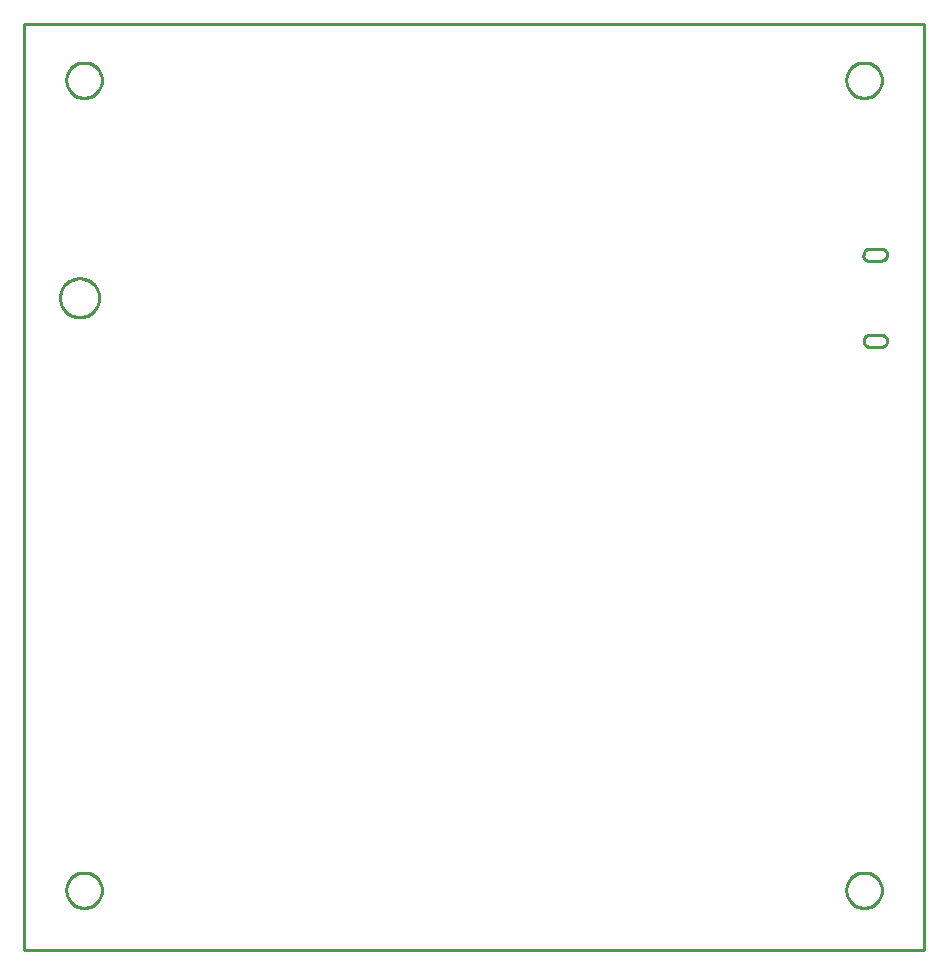
<source format=gbr>
G04 EAGLE Gerber RS-274X export*
G75*
%MOMM*%
%FSLAX34Y34*%
%LPD*%
%IN*%
%IPPOS*%
%AMOC8*
5,1,8,0,0,1.08239X$1,22.5*%
G01*
%ADD10C,0.254000*%


D10*
X0Y-101600D02*
X761800Y-101600D01*
X761800Y682500D01*
X0Y682500D01*
X0Y-101600D01*
X710750Y487350D02*
X710678Y486998D01*
X710637Y486640D01*
X710627Y486281D01*
X710649Y485922D01*
X710702Y485566D01*
X710786Y485216D01*
X710900Y484875D01*
X711043Y484545D01*
X711214Y484229D01*
X711413Y483929D01*
X711637Y483647D01*
X711884Y483386D01*
X712153Y483147D01*
X712442Y482933D01*
X712749Y482745D01*
X713071Y482584D01*
X713405Y482452D01*
X713750Y482350D01*
X725750Y482350D01*
X726186Y482369D01*
X726618Y482426D01*
X727044Y482520D01*
X727460Y482652D01*
X727863Y482818D01*
X728250Y483020D01*
X728618Y483254D01*
X728964Y483520D01*
X729286Y483814D01*
X729580Y484136D01*
X729846Y484482D01*
X730080Y484850D01*
X730282Y485237D01*
X730448Y485640D01*
X730580Y486056D01*
X730674Y486482D01*
X730731Y486914D01*
X730750Y487350D01*
X730731Y487786D01*
X730674Y488218D01*
X730580Y488644D01*
X730448Y489060D01*
X730282Y489463D01*
X730080Y489850D01*
X729846Y490218D01*
X729580Y490564D01*
X729286Y490886D01*
X728964Y491180D01*
X728618Y491446D01*
X728250Y491680D01*
X727863Y491882D01*
X727460Y492048D01*
X727044Y492180D01*
X726618Y492274D01*
X726186Y492331D01*
X725750Y492350D01*
X715750Y492350D01*
X715314Y492331D01*
X714882Y492274D01*
X714456Y492180D01*
X714040Y492048D01*
X713637Y491882D01*
X713250Y491680D01*
X712882Y491446D01*
X712536Y491180D01*
X712214Y490886D01*
X711920Y490564D01*
X711654Y490218D01*
X711420Y489850D01*
X711218Y489463D01*
X711052Y489060D01*
X710920Y488644D01*
X710826Y488218D01*
X710769Y487786D01*
X710750Y487350D01*
X710750Y414350D02*
X710769Y413914D01*
X710826Y413482D01*
X710920Y413056D01*
X711052Y412640D01*
X711218Y412237D01*
X711420Y411850D01*
X711654Y411482D01*
X711920Y411136D01*
X712214Y410814D01*
X712536Y410520D01*
X712882Y410254D01*
X713250Y410020D01*
X713637Y409818D01*
X714040Y409652D01*
X714456Y409520D01*
X714882Y409426D01*
X715314Y409369D01*
X715750Y409350D01*
X725750Y409350D01*
X726186Y409369D01*
X726618Y409426D01*
X727044Y409520D01*
X727460Y409652D01*
X727863Y409818D01*
X728250Y410020D01*
X728618Y410254D01*
X728964Y410520D01*
X729286Y410814D01*
X729580Y411136D01*
X729846Y411482D01*
X730080Y411850D01*
X730282Y412237D01*
X730448Y412640D01*
X730580Y413056D01*
X730674Y413482D01*
X730731Y413914D01*
X730750Y414350D01*
X730731Y414786D01*
X730674Y415218D01*
X730580Y415644D01*
X730448Y416060D01*
X730282Y416463D01*
X730080Y416850D01*
X729846Y417218D01*
X729580Y417564D01*
X729286Y417886D01*
X728964Y418180D01*
X728618Y418446D01*
X728250Y418680D01*
X727863Y418882D01*
X727460Y419048D01*
X727044Y419180D01*
X726618Y419274D01*
X726186Y419331D01*
X725750Y419350D01*
X715750Y419350D01*
X715314Y419331D01*
X714882Y419274D01*
X714456Y419180D01*
X714040Y419048D01*
X713637Y418882D01*
X713250Y418680D01*
X712882Y418446D01*
X712536Y418180D01*
X712214Y417886D01*
X711920Y417564D01*
X711654Y417218D01*
X711420Y416850D01*
X711218Y416463D01*
X711052Y416060D01*
X710920Y415644D01*
X710826Y415218D01*
X710769Y414786D01*
X710750Y414350D01*
X47530Y467360D02*
X48609Y467289D01*
X49681Y467148D01*
X50741Y466937D01*
X51785Y466658D01*
X52809Y466310D01*
X53807Y465896D01*
X54777Y465418D01*
X55713Y464878D01*
X56612Y464277D01*
X57469Y463619D01*
X58282Y462907D01*
X59047Y462142D01*
X59759Y461329D01*
X60417Y460472D01*
X61018Y459573D01*
X61558Y458637D01*
X62036Y457667D01*
X62450Y456669D01*
X62798Y455645D01*
X63077Y454601D01*
X63288Y453541D01*
X63429Y452469D01*
X63500Y451390D01*
X63500Y450310D01*
X63429Y449231D01*
X63288Y448159D01*
X63077Y447099D01*
X62798Y446055D01*
X62450Y445031D01*
X62036Y444033D01*
X61558Y443063D01*
X61018Y442127D01*
X60417Y441228D01*
X59759Y440371D01*
X59047Y439558D01*
X58282Y438794D01*
X57469Y438081D01*
X56612Y437423D01*
X55713Y436822D01*
X54777Y436282D01*
X53807Y435804D01*
X52809Y435390D01*
X51785Y435042D01*
X50741Y434763D01*
X49681Y434552D01*
X48609Y434411D01*
X47530Y434340D01*
X46450Y434340D01*
X45371Y434411D01*
X44299Y434552D01*
X43239Y434763D01*
X42195Y435042D01*
X41171Y435390D01*
X40173Y435804D01*
X39203Y436282D01*
X38267Y436822D01*
X37368Y437423D01*
X36511Y438081D01*
X35698Y438794D01*
X34934Y439558D01*
X34221Y440371D01*
X33563Y441228D01*
X32962Y442127D01*
X32422Y443063D01*
X31944Y444033D01*
X31530Y445031D01*
X31182Y446055D01*
X30903Y447099D01*
X30692Y448159D01*
X30551Y449231D01*
X30480Y450310D01*
X30480Y451390D01*
X30551Y452469D01*
X30692Y453541D01*
X30903Y454601D01*
X31182Y455645D01*
X31530Y456669D01*
X31944Y457667D01*
X32422Y458637D01*
X32962Y459573D01*
X33563Y460472D01*
X34221Y461329D01*
X34934Y462142D01*
X35698Y462907D01*
X36511Y463619D01*
X37368Y464277D01*
X38267Y464878D01*
X39203Y465418D01*
X40173Y465896D01*
X41171Y466310D01*
X42195Y466658D01*
X43239Y466937D01*
X44299Y467148D01*
X45371Y467289D01*
X46450Y467360D01*
X47530Y467360D01*
X65800Y634464D02*
X65724Y633396D01*
X65571Y632335D01*
X65343Y631288D01*
X65041Y630260D01*
X64667Y629256D01*
X64222Y628281D01*
X63708Y627341D01*
X63129Y626440D01*
X62487Y625582D01*
X61785Y624772D01*
X61028Y624015D01*
X60218Y623313D01*
X59360Y622671D01*
X58459Y622092D01*
X57519Y621578D01*
X56544Y621133D01*
X55540Y620759D01*
X54512Y620457D01*
X53465Y620229D01*
X52404Y620076D01*
X51336Y620000D01*
X50264Y620000D01*
X49196Y620076D01*
X48135Y620229D01*
X47088Y620457D01*
X46060Y620759D01*
X45056Y621133D01*
X44081Y621578D01*
X43141Y622092D01*
X42240Y622671D01*
X41382Y623313D01*
X40572Y624015D01*
X39815Y624772D01*
X39113Y625582D01*
X38471Y626440D01*
X37892Y627341D01*
X37378Y628281D01*
X36933Y629256D01*
X36559Y630260D01*
X36257Y631288D01*
X36029Y632335D01*
X35876Y633396D01*
X35800Y634464D01*
X35800Y635536D01*
X35876Y636604D01*
X36029Y637665D01*
X36257Y638712D01*
X36559Y639740D01*
X36933Y640744D01*
X37378Y641719D01*
X37892Y642659D01*
X38471Y643560D01*
X39113Y644418D01*
X39815Y645228D01*
X40572Y645985D01*
X41382Y646687D01*
X42240Y647329D01*
X43141Y647908D01*
X44081Y648422D01*
X45056Y648867D01*
X46060Y649241D01*
X47088Y649543D01*
X48135Y649771D01*
X49196Y649924D01*
X50264Y650000D01*
X51336Y650000D01*
X52404Y649924D01*
X53465Y649771D01*
X54512Y649543D01*
X55540Y649241D01*
X56544Y648867D01*
X57519Y648422D01*
X58459Y647908D01*
X59360Y647329D01*
X60218Y646687D01*
X61028Y645985D01*
X61785Y645228D01*
X62487Y644418D01*
X63129Y643560D01*
X63708Y642659D01*
X64222Y641719D01*
X64667Y640744D01*
X65041Y639740D01*
X65343Y638712D01*
X65571Y637665D01*
X65724Y636604D01*
X65800Y635536D01*
X65800Y634464D01*
X726200Y634464D02*
X726124Y633396D01*
X725971Y632335D01*
X725743Y631288D01*
X725441Y630260D01*
X725067Y629256D01*
X724622Y628281D01*
X724108Y627341D01*
X723529Y626440D01*
X722887Y625582D01*
X722185Y624772D01*
X721428Y624015D01*
X720618Y623313D01*
X719760Y622671D01*
X718859Y622092D01*
X717919Y621578D01*
X716944Y621133D01*
X715940Y620759D01*
X714912Y620457D01*
X713865Y620229D01*
X712804Y620076D01*
X711736Y620000D01*
X710664Y620000D01*
X709596Y620076D01*
X708535Y620229D01*
X707488Y620457D01*
X706460Y620759D01*
X705456Y621133D01*
X704481Y621578D01*
X703541Y622092D01*
X702640Y622671D01*
X701782Y623313D01*
X700972Y624015D01*
X700215Y624772D01*
X699513Y625582D01*
X698871Y626440D01*
X698292Y627341D01*
X697778Y628281D01*
X697333Y629256D01*
X696959Y630260D01*
X696657Y631288D01*
X696429Y632335D01*
X696276Y633396D01*
X696200Y634464D01*
X696200Y635536D01*
X696276Y636604D01*
X696429Y637665D01*
X696657Y638712D01*
X696959Y639740D01*
X697333Y640744D01*
X697778Y641719D01*
X698292Y642659D01*
X698871Y643560D01*
X699513Y644418D01*
X700215Y645228D01*
X700972Y645985D01*
X701782Y646687D01*
X702640Y647329D01*
X703541Y647908D01*
X704481Y648422D01*
X705456Y648867D01*
X706460Y649241D01*
X707488Y649543D01*
X708535Y649771D01*
X709596Y649924D01*
X710664Y650000D01*
X711736Y650000D01*
X712804Y649924D01*
X713865Y649771D01*
X714912Y649543D01*
X715940Y649241D01*
X716944Y648867D01*
X717919Y648422D01*
X718859Y647908D01*
X719760Y647329D01*
X720618Y646687D01*
X721428Y645985D01*
X722185Y645228D01*
X722887Y644418D01*
X723529Y643560D01*
X724108Y642659D01*
X724622Y641719D01*
X725067Y640744D01*
X725441Y639740D01*
X725743Y638712D01*
X725971Y637665D01*
X726124Y636604D01*
X726200Y635536D01*
X726200Y634464D01*
X65800Y-51336D02*
X65724Y-52404D01*
X65571Y-53465D01*
X65343Y-54512D01*
X65041Y-55540D01*
X64667Y-56544D01*
X64222Y-57519D01*
X63708Y-58459D01*
X63129Y-59360D01*
X62487Y-60218D01*
X61785Y-61028D01*
X61028Y-61785D01*
X60218Y-62487D01*
X59360Y-63129D01*
X58459Y-63708D01*
X57519Y-64222D01*
X56544Y-64667D01*
X55540Y-65041D01*
X54512Y-65343D01*
X53465Y-65571D01*
X52404Y-65724D01*
X51336Y-65800D01*
X50264Y-65800D01*
X49196Y-65724D01*
X48135Y-65571D01*
X47088Y-65343D01*
X46060Y-65041D01*
X45056Y-64667D01*
X44081Y-64222D01*
X43141Y-63708D01*
X42240Y-63129D01*
X41382Y-62487D01*
X40572Y-61785D01*
X39815Y-61028D01*
X39113Y-60218D01*
X38471Y-59360D01*
X37892Y-58459D01*
X37378Y-57519D01*
X36933Y-56544D01*
X36559Y-55540D01*
X36257Y-54512D01*
X36029Y-53465D01*
X35876Y-52404D01*
X35800Y-51336D01*
X35800Y-50264D01*
X35876Y-49196D01*
X36029Y-48135D01*
X36257Y-47088D01*
X36559Y-46060D01*
X36933Y-45056D01*
X37378Y-44081D01*
X37892Y-43141D01*
X38471Y-42240D01*
X39113Y-41382D01*
X39815Y-40572D01*
X40572Y-39815D01*
X41382Y-39113D01*
X42240Y-38471D01*
X43141Y-37892D01*
X44081Y-37378D01*
X45056Y-36933D01*
X46060Y-36559D01*
X47088Y-36257D01*
X48135Y-36029D01*
X49196Y-35876D01*
X50264Y-35800D01*
X51336Y-35800D01*
X52404Y-35876D01*
X53465Y-36029D01*
X54512Y-36257D01*
X55540Y-36559D01*
X56544Y-36933D01*
X57519Y-37378D01*
X58459Y-37892D01*
X59360Y-38471D01*
X60218Y-39113D01*
X61028Y-39815D01*
X61785Y-40572D01*
X62487Y-41382D01*
X63129Y-42240D01*
X63708Y-43141D01*
X64222Y-44081D01*
X64667Y-45056D01*
X65041Y-46060D01*
X65343Y-47088D01*
X65571Y-48135D01*
X65724Y-49196D01*
X65800Y-50264D01*
X65800Y-51336D01*
X726200Y-51336D02*
X726124Y-52404D01*
X725971Y-53465D01*
X725743Y-54512D01*
X725441Y-55540D01*
X725067Y-56544D01*
X724622Y-57519D01*
X724108Y-58459D01*
X723529Y-59360D01*
X722887Y-60218D01*
X722185Y-61028D01*
X721428Y-61785D01*
X720618Y-62487D01*
X719760Y-63129D01*
X718859Y-63708D01*
X717919Y-64222D01*
X716944Y-64667D01*
X715940Y-65041D01*
X714912Y-65343D01*
X713865Y-65571D01*
X712804Y-65724D01*
X711736Y-65800D01*
X710664Y-65800D01*
X709596Y-65724D01*
X708535Y-65571D01*
X707488Y-65343D01*
X706460Y-65041D01*
X705456Y-64667D01*
X704481Y-64222D01*
X703541Y-63708D01*
X702640Y-63129D01*
X701782Y-62487D01*
X700972Y-61785D01*
X700215Y-61028D01*
X699513Y-60218D01*
X698871Y-59360D01*
X698292Y-58459D01*
X697778Y-57519D01*
X697333Y-56544D01*
X696959Y-55540D01*
X696657Y-54512D01*
X696429Y-53465D01*
X696276Y-52404D01*
X696200Y-51336D01*
X696200Y-50264D01*
X696276Y-49196D01*
X696429Y-48135D01*
X696657Y-47088D01*
X696959Y-46060D01*
X697333Y-45056D01*
X697778Y-44081D01*
X698292Y-43141D01*
X698871Y-42240D01*
X699513Y-41382D01*
X700215Y-40572D01*
X700972Y-39815D01*
X701782Y-39113D01*
X702640Y-38471D01*
X703541Y-37892D01*
X704481Y-37378D01*
X705456Y-36933D01*
X706460Y-36559D01*
X707488Y-36257D01*
X708535Y-36029D01*
X709596Y-35876D01*
X710664Y-35800D01*
X711736Y-35800D01*
X712804Y-35876D01*
X713865Y-36029D01*
X714912Y-36257D01*
X715940Y-36559D01*
X716944Y-36933D01*
X717919Y-37378D01*
X718859Y-37892D01*
X719760Y-38471D01*
X720618Y-39113D01*
X721428Y-39815D01*
X722185Y-40572D01*
X722887Y-41382D01*
X723529Y-42240D01*
X724108Y-43141D01*
X724622Y-44081D01*
X725067Y-45056D01*
X725441Y-46060D01*
X725743Y-47088D01*
X725971Y-48135D01*
X726124Y-49196D01*
X726200Y-50264D01*
X726200Y-51336D01*
M02*

</source>
